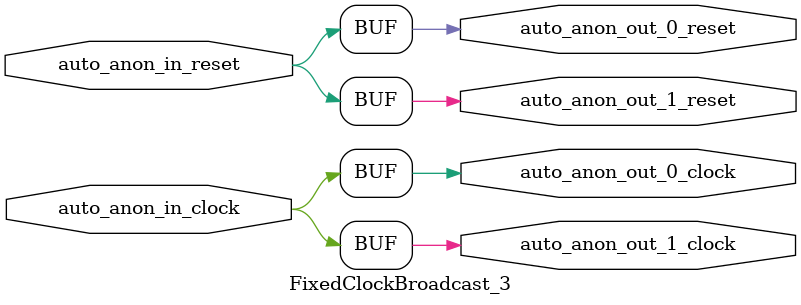
<source format=sv>
`ifndef RANDOMIZE
  `ifdef RANDOMIZE_MEM_INIT
    `define RANDOMIZE
  `endif // RANDOMIZE_MEM_INIT
`endif // not def RANDOMIZE
`ifndef RANDOMIZE
  `ifdef RANDOMIZE_REG_INIT
    `define RANDOMIZE
  `endif // RANDOMIZE_REG_INIT
`endif // not def RANDOMIZE

`ifndef RANDOM
  `define RANDOM $random
`endif // not def RANDOM

// Users can define INIT_RANDOM as general code that gets injected into the
// initializer block for modules with registers.
`ifndef INIT_RANDOM
  `define INIT_RANDOM
`endif // not def INIT_RANDOM

// If using random initialization, you can also define RANDOMIZE_DELAY to
// customize the delay used, otherwise 0.002 is used.
`ifndef RANDOMIZE_DELAY
  `define RANDOMIZE_DELAY 0.002
`endif // not def RANDOMIZE_DELAY

// Define INIT_RANDOM_PROLOG_ for use in our modules below.
`ifndef INIT_RANDOM_PROLOG_
  `ifdef RANDOMIZE
    `ifdef VERILATOR
      `define INIT_RANDOM_PROLOG_ `INIT_RANDOM
    `else  // VERILATOR
      `define INIT_RANDOM_PROLOG_ `INIT_RANDOM #`RANDOMIZE_DELAY begin end
    `endif // VERILATOR
  `else  // RANDOMIZE
    `define INIT_RANDOM_PROLOG_
  `endif // RANDOMIZE
`endif // not def INIT_RANDOM_PROLOG_

// Include register initializers in init blocks unless synthesis is set
`ifndef SYNTHESIS
  `ifndef ENABLE_INITIAL_REG_
    `define ENABLE_INITIAL_REG_
  `endif // not def ENABLE_INITIAL_REG_
`endif // not def SYNTHESIS

// Include rmemory initializers in init blocks unless synthesis is set
`ifndef SYNTHESIS
  `ifndef ENABLE_INITIAL_MEM_
    `define ENABLE_INITIAL_MEM_
  `endif // not def ENABLE_INITIAL_MEM_
`endif // not def SYNTHESIS

// Standard header to adapt well known macros for prints and assertions.

// Users can define 'PRINTF_COND' to add an extra gate to prints.
`ifndef PRINTF_COND_
  `ifdef PRINTF_COND
    `define PRINTF_COND_ (`PRINTF_COND)
  `else  // PRINTF_COND
    `define PRINTF_COND_ 1
  `endif // PRINTF_COND
`endif // not def PRINTF_COND_

// Users can define 'ASSERT_VERBOSE_COND' to add an extra gate to assert error printing.
`ifndef ASSERT_VERBOSE_COND_
  `ifdef ASSERT_VERBOSE_COND
    `define ASSERT_VERBOSE_COND_ (`ASSERT_VERBOSE_COND)
  `else  // ASSERT_VERBOSE_COND
    `define ASSERT_VERBOSE_COND_ 1
  `endif // ASSERT_VERBOSE_COND
`endif // not def ASSERT_VERBOSE_COND_

// Users can define 'STOP_COND' to add an extra gate to stop conditions.
`ifndef STOP_COND_
  `ifdef STOP_COND
    `define STOP_COND_ (`STOP_COND)
  `else  // STOP_COND
    `define STOP_COND_ 1
  `endif // STOP_COND
`endif // not def STOP_COND_

module FixedClockBroadcast_3(
  input  auto_anon_in_clock,	// @[generators/diplomacy/diplomacy/src/diplomacy/lazymodule/LazyModuleImp.scala:100:25]
  input  auto_anon_in_reset,	// @[generators/diplomacy/diplomacy/src/diplomacy/lazymodule/LazyModuleImp.scala:100:25]
  output auto_anon_out_1_clock,	// @[generators/diplomacy/diplomacy/src/diplomacy/lazymodule/LazyModuleImp.scala:100:25]
  output auto_anon_out_1_reset,	// @[generators/diplomacy/diplomacy/src/diplomacy/lazymodule/LazyModuleImp.scala:100:25]
  output auto_anon_out_0_clock,	// @[generators/diplomacy/diplomacy/src/diplomacy/lazymodule/LazyModuleImp.scala:100:25]
  output auto_anon_out_0_reset	// @[generators/diplomacy/diplomacy/src/diplomacy/lazymodule/LazyModuleImp.scala:100:25]
);

  assign auto_anon_out_1_clock = auto_anon_in_clock;
  assign auto_anon_out_1_reset = auto_anon_in_reset;
  assign auto_anon_out_0_clock = auto_anon_in_clock;
  assign auto_anon_out_0_reset = auto_anon_in_reset;
endmodule


</source>
